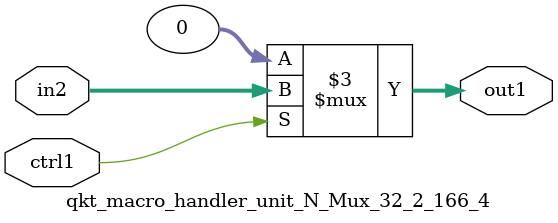
<source format=v>

`timescale 1ps / 1ps


module qkt_macro_handler_unit_N_Mux_32_2_166_4( in2, ctrl1, out1 );

    input [31:0] in2;
    input ctrl1;
    output [31:0] out1;
    reg [31:0] out1;

    
    // rtl_process:qkt_macro_handler_unit_N_Mux_32_2_166_4/qkt_macro_handler_unit_N_Mux_32_2_166_4_thread_1
    always @*
      begin : qkt_macro_handler_unit_N_Mux_32_2_166_4_thread_1
        case (ctrl1) 
          1'b1: 
            begin
              out1 = in2;
            end
          default: 
            begin
              out1 = 32'd0000000000;
            end
        endcase
      end

endmodule



</source>
